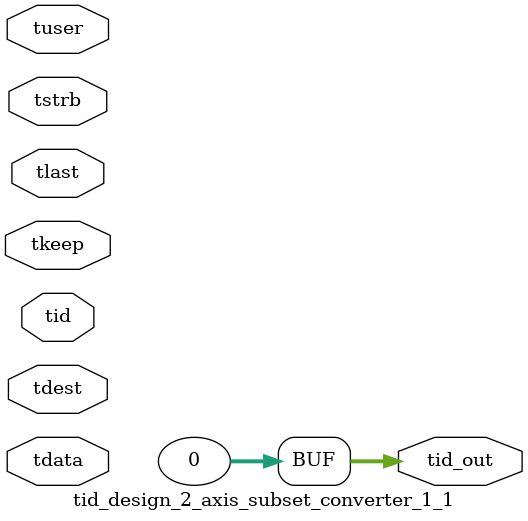
<source format=v>


`timescale 1ps/1ps

module tid_design_2_axis_subset_converter_1_1 #
(
parameter C_S_AXIS_TID_WIDTH   = 1,
parameter C_S_AXIS_TUSER_WIDTH = 0,
parameter C_S_AXIS_TDATA_WIDTH = 0,
parameter C_S_AXIS_TDEST_WIDTH = 0,
parameter C_M_AXIS_TID_WIDTH   = 32
)
(
input  [(C_S_AXIS_TID_WIDTH   == 0 ? 1 : C_S_AXIS_TID_WIDTH)-1:0       ] tid,
input  [(C_S_AXIS_TDATA_WIDTH == 0 ? 1 : C_S_AXIS_TDATA_WIDTH)-1:0     ] tdata,
input  [(C_S_AXIS_TUSER_WIDTH == 0 ? 1 : C_S_AXIS_TUSER_WIDTH)-1:0     ] tuser,
input  [(C_S_AXIS_TDEST_WIDTH == 0 ? 1 : C_S_AXIS_TDEST_WIDTH)-1:0     ] tdest,
input  [(C_S_AXIS_TDATA_WIDTH/8)-1:0 ] tkeep,
input  [(C_S_AXIS_TDATA_WIDTH/8)-1:0 ] tstrb,
input                                                                    tlast,
output [(C_M_AXIS_TID_WIDTH   == 0 ? 1 : C_M_AXIS_TID_WIDTH)-1:0       ] tid_out
);

assign tid_out = {1'b0};

endmodule


</source>
